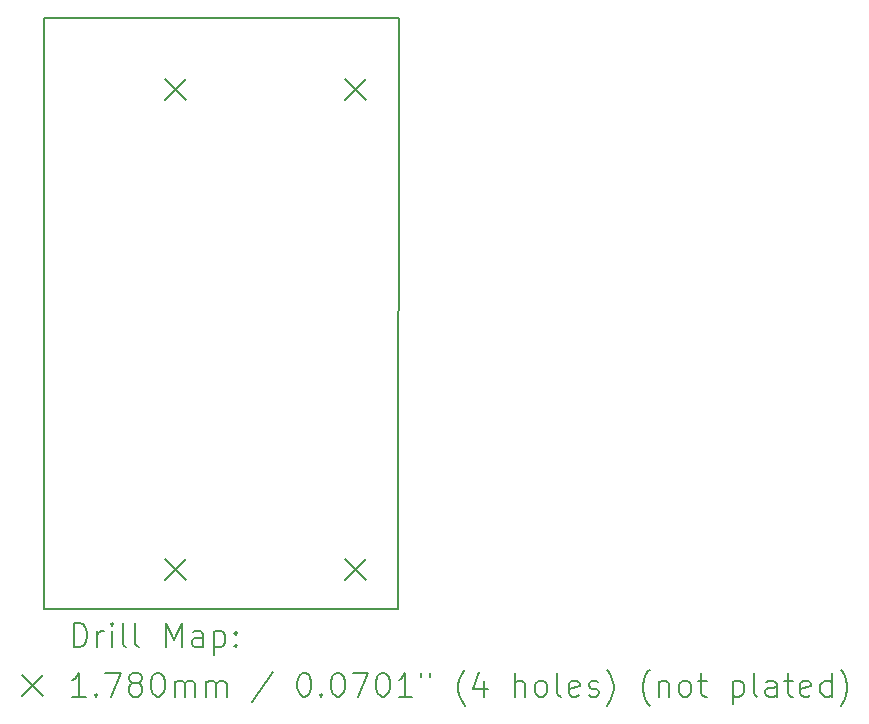
<source format=gbr>
%TF.GenerationSoftware,KiCad,Pcbnew,8.0.1*%
%TF.CreationDate,2024-04-05T21:52:12+02:00*%
%TF.ProjectId,LCRDT-Tester,4c435244-542d-4546-9573-7465722e6b69,0.31*%
%TF.SameCoordinates,PX57bafc0PY83cc3c0*%
%TF.FileFunction,Drillmap*%
%TF.FilePolarity,Positive*%
%FSLAX45Y45*%
G04 Gerber Fmt 4.5, Leading zero omitted, Abs format (unit mm)*
G04 Created by KiCad (PCBNEW 8.0.1) date 2024-04-05 21:52:12*
%MOMM*%
%LPD*%
G01*
G04 APERTURE LIST*
%ADD10C,0.150000*%
%ADD11C,0.200000*%
%ADD12C,0.178000*%
G04 APERTURE END LIST*
D10*
X3005200Y5008000D02*
X3000000Y0D01*
X6000Y5008000D02*
X3005200Y5008000D01*
X800Y0D02*
X6000Y5008000D01*
X3000000Y0D02*
X800Y0D01*
D11*
D12*
X1025800Y4489000D02*
X1203800Y4311000D01*
X1203800Y4489000D02*
X1025800Y4311000D01*
X1025800Y425000D02*
X1203800Y247000D01*
X1203800Y425000D02*
X1025800Y247000D01*
X2549800Y4489000D02*
X2727800Y4311000D01*
X2727800Y4489000D02*
X2549800Y4311000D01*
X2549800Y425000D02*
X2727800Y247000D01*
X2727800Y425000D02*
X2549800Y247000D01*
D11*
X254077Y-318984D02*
X254077Y-118984D01*
X254077Y-118984D02*
X301696Y-118984D01*
X301696Y-118984D02*
X330267Y-128508D01*
X330267Y-128508D02*
X349315Y-147555D01*
X349315Y-147555D02*
X358839Y-166603D01*
X358839Y-166603D02*
X368362Y-204698D01*
X368362Y-204698D02*
X368362Y-233269D01*
X368362Y-233269D02*
X358839Y-271365D01*
X358839Y-271365D02*
X349315Y-290412D01*
X349315Y-290412D02*
X330267Y-309460D01*
X330267Y-309460D02*
X301696Y-318984D01*
X301696Y-318984D02*
X254077Y-318984D01*
X454077Y-318984D02*
X454077Y-185650D01*
X454077Y-223746D02*
X463601Y-204698D01*
X463601Y-204698D02*
X473124Y-195174D01*
X473124Y-195174D02*
X492172Y-185650D01*
X492172Y-185650D02*
X511220Y-185650D01*
X577886Y-318984D02*
X577886Y-185650D01*
X577886Y-118984D02*
X568363Y-128508D01*
X568363Y-128508D02*
X577886Y-138031D01*
X577886Y-138031D02*
X587410Y-128508D01*
X587410Y-128508D02*
X577886Y-118984D01*
X577886Y-118984D02*
X577886Y-138031D01*
X701696Y-318984D02*
X682648Y-309460D01*
X682648Y-309460D02*
X673124Y-290412D01*
X673124Y-290412D02*
X673124Y-118984D01*
X806458Y-318984D02*
X787410Y-309460D01*
X787410Y-309460D02*
X777886Y-290412D01*
X777886Y-290412D02*
X777886Y-118984D01*
X1035029Y-318984D02*
X1035029Y-118984D01*
X1035029Y-118984D02*
X1101696Y-261841D01*
X1101696Y-261841D02*
X1168363Y-118984D01*
X1168363Y-118984D02*
X1168363Y-318984D01*
X1349315Y-318984D02*
X1349315Y-214222D01*
X1349315Y-214222D02*
X1339791Y-195174D01*
X1339791Y-195174D02*
X1320744Y-185650D01*
X1320744Y-185650D02*
X1282648Y-185650D01*
X1282648Y-185650D02*
X1263601Y-195174D01*
X1349315Y-309460D02*
X1330267Y-318984D01*
X1330267Y-318984D02*
X1282648Y-318984D01*
X1282648Y-318984D02*
X1263601Y-309460D01*
X1263601Y-309460D02*
X1254077Y-290412D01*
X1254077Y-290412D02*
X1254077Y-271365D01*
X1254077Y-271365D02*
X1263601Y-252317D01*
X1263601Y-252317D02*
X1282648Y-242793D01*
X1282648Y-242793D02*
X1330267Y-242793D01*
X1330267Y-242793D02*
X1349315Y-233269D01*
X1444553Y-185650D02*
X1444553Y-385650D01*
X1444553Y-195174D02*
X1463601Y-185650D01*
X1463601Y-185650D02*
X1501696Y-185650D01*
X1501696Y-185650D02*
X1520743Y-195174D01*
X1520743Y-195174D02*
X1530267Y-204698D01*
X1530267Y-204698D02*
X1539791Y-223746D01*
X1539791Y-223746D02*
X1539791Y-280889D01*
X1539791Y-280889D02*
X1530267Y-299936D01*
X1530267Y-299936D02*
X1520743Y-309460D01*
X1520743Y-309460D02*
X1501696Y-318984D01*
X1501696Y-318984D02*
X1463601Y-318984D01*
X1463601Y-318984D02*
X1444553Y-309460D01*
X1625505Y-299936D02*
X1635029Y-309460D01*
X1635029Y-309460D02*
X1625505Y-318984D01*
X1625505Y-318984D02*
X1615982Y-309460D01*
X1615982Y-309460D02*
X1625505Y-299936D01*
X1625505Y-299936D02*
X1625505Y-318984D01*
X1625505Y-195174D02*
X1635029Y-204698D01*
X1635029Y-204698D02*
X1625505Y-214222D01*
X1625505Y-214222D02*
X1615982Y-204698D01*
X1615982Y-204698D02*
X1625505Y-195174D01*
X1625505Y-195174D02*
X1625505Y-214222D01*
D12*
X-184700Y-558500D02*
X-6700Y-736500D01*
X-6700Y-558500D02*
X-184700Y-736500D01*
D11*
X358839Y-738984D02*
X244553Y-738984D01*
X301696Y-738984D02*
X301696Y-538984D01*
X301696Y-538984D02*
X282648Y-567555D01*
X282648Y-567555D02*
X263601Y-586603D01*
X263601Y-586603D02*
X244553Y-596127D01*
X444553Y-719936D02*
X454077Y-729460D01*
X454077Y-729460D02*
X444553Y-738984D01*
X444553Y-738984D02*
X435029Y-729460D01*
X435029Y-729460D02*
X444553Y-719936D01*
X444553Y-719936D02*
X444553Y-738984D01*
X520743Y-538984D02*
X654077Y-538984D01*
X654077Y-538984D02*
X568363Y-738984D01*
X758839Y-624698D02*
X739791Y-615174D01*
X739791Y-615174D02*
X730267Y-605650D01*
X730267Y-605650D02*
X720743Y-586603D01*
X720743Y-586603D02*
X720743Y-577079D01*
X720743Y-577079D02*
X730267Y-558031D01*
X730267Y-558031D02*
X739791Y-548508D01*
X739791Y-548508D02*
X758839Y-538984D01*
X758839Y-538984D02*
X796934Y-538984D01*
X796934Y-538984D02*
X815982Y-548508D01*
X815982Y-548508D02*
X825505Y-558031D01*
X825505Y-558031D02*
X835029Y-577079D01*
X835029Y-577079D02*
X835029Y-586603D01*
X835029Y-586603D02*
X825505Y-605650D01*
X825505Y-605650D02*
X815982Y-615174D01*
X815982Y-615174D02*
X796934Y-624698D01*
X796934Y-624698D02*
X758839Y-624698D01*
X758839Y-624698D02*
X739791Y-634222D01*
X739791Y-634222D02*
X730267Y-643746D01*
X730267Y-643746D02*
X720743Y-662793D01*
X720743Y-662793D02*
X720743Y-700888D01*
X720743Y-700888D02*
X730267Y-719936D01*
X730267Y-719936D02*
X739791Y-729460D01*
X739791Y-729460D02*
X758839Y-738984D01*
X758839Y-738984D02*
X796934Y-738984D01*
X796934Y-738984D02*
X815982Y-729460D01*
X815982Y-729460D02*
X825505Y-719936D01*
X825505Y-719936D02*
X835029Y-700888D01*
X835029Y-700888D02*
X835029Y-662793D01*
X835029Y-662793D02*
X825505Y-643746D01*
X825505Y-643746D02*
X815982Y-634222D01*
X815982Y-634222D02*
X796934Y-624698D01*
X958839Y-538984D02*
X977886Y-538984D01*
X977886Y-538984D02*
X996934Y-548508D01*
X996934Y-548508D02*
X1006458Y-558031D01*
X1006458Y-558031D02*
X1015982Y-577079D01*
X1015982Y-577079D02*
X1025505Y-615174D01*
X1025505Y-615174D02*
X1025505Y-662793D01*
X1025505Y-662793D02*
X1015982Y-700888D01*
X1015982Y-700888D02*
X1006458Y-719936D01*
X1006458Y-719936D02*
X996934Y-729460D01*
X996934Y-729460D02*
X977886Y-738984D01*
X977886Y-738984D02*
X958839Y-738984D01*
X958839Y-738984D02*
X939791Y-729460D01*
X939791Y-729460D02*
X930267Y-719936D01*
X930267Y-719936D02*
X920743Y-700888D01*
X920743Y-700888D02*
X911220Y-662793D01*
X911220Y-662793D02*
X911220Y-615174D01*
X911220Y-615174D02*
X920743Y-577079D01*
X920743Y-577079D02*
X930267Y-558031D01*
X930267Y-558031D02*
X939791Y-548508D01*
X939791Y-548508D02*
X958839Y-538984D01*
X1111220Y-738984D02*
X1111220Y-605650D01*
X1111220Y-624698D02*
X1120744Y-615174D01*
X1120744Y-615174D02*
X1139791Y-605650D01*
X1139791Y-605650D02*
X1168363Y-605650D01*
X1168363Y-605650D02*
X1187410Y-615174D01*
X1187410Y-615174D02*
X1196934Y-634222D01*
X1196934Y-634222D02*
X1196934Y-738984D01*
X1196934Y-634222D02*
X1206458Y-615174D01*
X1206458Y-615174D02*
X1225505Y-605650D01*
X1225505Y-605650D02*
X1254077Y-605650D01*
X1254077Y-605650D02*
X1273125Y-615174D01*
X1273125Y-615174D02*
X1282648Y-634222D01*
X1282648Y-634222D02*
X1282648Y-738984D01*
X1377886Y-738984D02*
X1377886Y-605650D01*
X1377886Y-624698D02*
X1387410Y-615174D01*
X1387410Y-615174D02*
X1406458Y-605650D01*
X1406458Y-605650D02*
X1435029Y-605650D01*
X1435029Y-605650D02*
X1454077Y-615174D01*
X1454077Y-615174D02*
X1463601Y-634222D01*
X1463601Y-634222D02*
X1463601Y-738984D01*
X1463601Y-634222D02*
X1473124Y-615174D01*
X1473124Y-615174D02*
X1492172Y-605650D01*
X1492172Y-605650D02*
X1520743Y-605650D01*
X1520743Y-605650D02*
X1539791Y-615174D01*
X1539791Y-615174D02*
X1549315Y-634222D01*
X1549315Y-634222D02*
X1549315Y-738984D01*
X1939791Y-529460D02*
X1768363Y-786603D01*
X2196934Y-538984D02*
X2215982Y-538984D01*
X2215982Y-538984D02*
X2235029Y-548508D01*
X2235029Y-548508D02*
X2244553Y-558031D01*
X2244553Y-558031D02*
X2254077Y-577079D01*
X2254077Y-577079D02*
X2263601Y-615174D01*
X2263601Y-615174D02*
X2263601Y-662793D01*
X2263601Y-662793D02*
X2254077Y-700888D01*
X2254077Y-700888D02*
X2244553Y-719936D01*
X2244553Y-719936D02*
X2235029Y-729460D01*
X2235029Y-729460D02*
X2215982Y-738984D01*
X2215982Y-738984D02*
X2196934Y-738984D01*
X2196934Y-738984D02*
X2177887Y-729460D01*
X2177887Y-729460D02*
X2168363Y-719936D01*
X2168363Y-719936D02*
X2158839Y-700888D01*
X2158839Y-700888D02*
X2149315Y-662793D01*
X2149315Y-662793D02*
X2149315Y-615174D01*
X2149315Y-615174D02*
X2158839Y-577079D01*
X2158839Y-577079D02*
X2168363Y-558031D01*
X2168363Y-558031D02*
X2177887Y-548508D01*
X2177887Y-548508D02*
X2196934Y-538984D01*
X2349315Y-719936D02*
X2358839Y-729460D01*
X2358839Y-729460D02*
X2349315Y-738984D01*
X2349315Y-738984D02*
X2339791Y-729460D01*
X2339791Y-729460D02*
X2349315Y-719936D01*
X2349315Y-719936D02*
X2349315Y-738984D01*
X2482648Y-538984D02*
X2501696Y-538984D01*
X2501696Y-538984D02*
X2520744Y-548508D01*
X2520744Y-548508D02*
X2530268Y-558031D01*
X2530268Y-558031D02*
X2539791Y-577079D01*
X2539791Y-577079D02*
X2549315Y-615174D01*
X2549315Y-615174D02*
X2549315Y-662793D01*
X2549315Y-662793D02*
X2539791Y-700888D01*
X2539791Y-700888D02*
X2530268Y-719936D01*
X2530268Y-719936D02*
X2520744Y-729460D01*
X2520744Y-729460D02*
X2501696Y-738984D01*
X2501696Y-738984D02*
X2482648Y-738984D01*
X2482648Y-738984D02*
X2463601Y-729460D01*
X2463601Y-729460D02*
X2454077Y-719936D01*
X2454077Y-719936D02*
X2444553Y-700888D01*
X2444553Y-700888D02*
X2435029Y-662793D01*
X2435029Y-662793D02*
X2435029Y-615174D01*
X2435029Y-615174D02*
X2444553Y-577079D01*
X2444553Y-577079D02*
X2454077Y-558031D01*
X2454077Y-558031D02*
X2463601Y-548508D01*
X2463601Y-548508D02*
X2482648Y-538984D01*
X2615982Y-538984D02*
X2749315Y-538984D01*
X2749315Y-538984D02*
X2663601Y-738984D01*
X2863601Y-538984D02*
X2882648Y-538984D01*
X2882648Y-538984D02*
X2901696Y-548508D01*
X2901696Y-548508D02*
X2911220Y-558031D01*
X2911220Y-558031D02*
X2920744Y-577079D01*
X2920744Y-577079D02*
X2930267Y-615174D01*
X2930267Y-615174D02*
X2930267Y-662793D01*
X2930267Y-662793D02*
X2920744Y-700888D01*
X2920744Y-700888D02*
X2911220Y-719936D01*
X2911220Y-719936D02*
X2901696Y-729460D01*
X2901696Y-729460D02*
X2882648Y-738984D01*
X2882648Y-738984D02*
X2863601Y-738984D01*
X2863601Y-738984D02*
X2844553Y-729460D01*
X2844553Y-729460D02*
X2835029Y-719936D01*
X2835029Y-719936D02*
X2825506Y-700888D01*
X2825506Y-700888D02*
X2815982Y-662793D01*
X2815982Y-662793D02*
X2815982Y-615174D01*
X2815982Y-615174D02*
X2825506Y-577079D01*
X2825506Y-577079D02*
X2835029Y-558031D01*
X2835029Y-558031D02*
X2844553Y-548508D01*
X2844553Y-548508D02*
X2863601Y-538984D01*
X3120744Y-738984D02*
X3006458Y-738984D01*
X3063601Y-738984D02*
X3063601Y-538984D01*
X3063601Y-538984D02*
X3044553Y-567555D01*
X3044553Y-567555D02*
X3025506Y-586603D01*
X3025506Y-586603D02*
X3006458Y-596127D01*
X3196934Y-538984D02*
X3196934Y-577079D01*
X3273125Y-538984D02*
X3273125Y-577079D01*
X3568363Y-815174D02*
X3558839Y-805650D01*
X3558839Y-805650D02*
X3539791Y-777079D01*
X3539791Y-777079D02*
X3530268Y-758031D01*
X3530268Y-758031D02*
X3520744Y-729460D01*
X3520744Y-729460D02*
X3511220Y-681841D01*
X3511220Y-681841D02*
X3511220Y-643746D01*
X3511220Y-643746D02*
X3520744Y-596127D01*
X3520744Y-596127D02*
X3530268Y-567555D01*
X3530268Y-567555D02*
X3539791Y-548508D01*
X3539791Y-548508D02*
X3558839Y-519936D01*
X3558839Y-519936D02*
X3568363Y-510412D01*
X3730268Y-605650D02*
X3730268Y-738984D01*
X3682648Y-529460D02*
X3635029Y-672317D01*
X3635029Y-672317D02*
X3758839Y-672317D01*
X3987410Y-738984D02*
X3987410Y-538984D01*
X4073125Y-738984D02*
X4073125Y-634222D01*
X4073125Y-634222D02*
X4063601Y-615174D01*
X4063601Y-615174D02*
X4044553Y-605650D01*
X4044553Y-605650D02*
X4015982Y-605650D01*
X4015982Y-605650D02*
X3996934Y-615174D01*
X3996934Y-615174D02*
X3987410Y-624698D01*
X4196934Y-738984D02*
X4177887Y-729460D01*
X4177887Y-729460D02*
X4168363Y-719936D01*
X4168363Y-719936D02*
X4158839Y-700888D01*
X4158839Y-700888D02*
X4158839Y-643746D01*
X4158839Y-643746D02*
X4168363Y-624698D01*
X4168363Y-624698D02*
X4177887Y-615174D01*
X4177887Y-615174D02*
X4196934Y-605650D01*
X4196934Y-605650D02*
X4225506Y-605650D01*
X4225506Y-605650D02*
X4244553Y-615174D01*
X4244553Y-615174D02*
X4254077Y-624698D01*
X4254077Y-624698D02*
X4263601Y-643746D01*
X4263601Y-643746D02*
X4263601Y-700888D01*
X4263601Y-700888D02*
X4254077Y-719936D01*
X4254077Y-719936D02*
X4244553Y-729460D01*
X4244553Y-729460D02*
X4225506Y-738984D01*
X4225506Y-738984D02*
X4196934Y-738984D01*
X4377887Y-738984D02*
X4358839Y-729460D01*
X4358839Y-729460D02*
X4349315Y-710412D01*
X4349315Y-710412D02*
X4349315Y-538984D01*
X4530268Y-729460D02*
X4511220Y-738984D01*
X4511220Y-738984D02*
X4473125Y-738984D01*
X4473125Y-738984D02*
X4454077Y-729460D01*
X4454077Y-729460D02*
X4444553Y-710412D01*
X4444553Y-710412D02*
X4444553Y-634222D01*
X4444553Y-634222D02*
X4454077Y-615174D01*
X4454077Y-615174D02*
X4473125Y-605650D01*
X4473125Y-605650D02*
X4511220Y-605650D01*
X4511220Y-605650D02*
X4530268Y-615174D01*
X4530268Y-615174D02*
X4539792Y-634222D01*
X4539792Y-634222D02*
X4539792Y-653270D01*
X4539792Y-653270D02*
X4444553Y-672317D01*
X4615982Y-729460D02*
X4635030Y-738984D01*
X4635030Y-738984D02*
X4673125Y-738984D01*
X4673125Y-738984D02*
X4692173Y-729460D01*
X4692173Y-729460D02*
X4701696Y-710412D01*
X4701696Y-710412D02*
X4701696Y-700888D01*
X4701696Y-700888D02*
X4692173Y-681841D01*
X4692173Y-681841D02*
X4673125Y-672317D01*
X4673125Y-672317D02*
X4644553Y-672317D01*
X4644553Y-672317D02*
X4625506Y-662793D01*
X4625506Y-662793D02*
X4615982Y-643746D01*
X4615982Y-643746D02*
X4615982Y-634222D01*
X4615982Y-634222D02*
X4625506Y-615174D01*
X4625506Y-615174D02*
X4644553Y-605650D01*
X4644553Y-605650D02*
X4673125Y-605650D01*
X4673125Y-605650D02*
X4692173Y-615174D01*
X4768363Y-815174D02*
X4777887Y-805650D01*
X4777887Y-805650D02*
X4796934Y-777079D01*
X4796934Y-777079D02*
X4806458Y-758031D01*
X4806458Y-758031D02*
X4815982Y-729460D01*
X4815982Y-729460D02*
X4825506Y-681841D01*
X4825506Y-681841D02*
X4825506Y-643746D01*
X4825506Y-643746D02*
X4815982Y-596127D01*
X4815982Y-596127D02*
X4806458Y-567555D01*
X4806458Y-567555D02*
X4796934Y-548508D01*
X4796934Y-548508D02*
X4777887Y-519936D01*
X4777887Y-519936D02*
X4768363Y-510412D01*
X5130268Y-815174D02*
X5120744Y-805650D01*
X5120744Y-805650D02*
X5101696Y-777079D01*
X5101696Y-777079D02*
X5092173Y-758031D01*
X5092173Y-758031D02*
X5082649Y-729460D01*
X5082649Y-729460D02*
X5073125Y-681841D01*
X5073125Y-681841D02*
X5073125Y-643746D01*
X5073125Y-643746D02*
X5082649Y-596127D01*
X5082649Y-596127D02*
X5092173Y-567555D01*
X5092173Y-567555D02*
X5101696Y-548508D01*
X5101696Y-548508D02*
X5120744Y-519936D01*
X5120744Y-519936D02*
X5130268Y-510412D01*
X5206458Y-605650D02*
X5206458Y-738984D01*
X5206458Y-624698D02*
X5215982Y-615174D01*
X5215982Y-615174D02*
X5235030Y-605650D01*
X5235030Y-605650D02*
X5263601Y-605650D01*
X5263601Y-605650D02*
X5282649Y-615174D01*
X5282649Y-615174D02*
X5292173Y-634222D01*
X5292173Y-634222D02*
X5292173Y-738984D01*
X5415982Y-738984D02*
X5396934Y-729460D01*
X5396934Y-729460D02*
X5387411Y-719936D01*
X5387411Y-719936D02*
X5377887Y-700888D01*
X5377887Y-700888D02*
X5377887Y-643746D01*
X5377887Y-643746D02*
X5387411Y-624698D01*
X5387411Y-624698D02*
X5396934Y-615174D01*
X5396934Y-615174D02*
X5415982Y-605650D01*
X5415982Y-605650D02*
X5444554Y-605650D01*
X5444554Y-605650D02*
X5463601Y-615174D01*
X5463601Y-615174D02*
X5473125Y-624698D01*
X5473125Y-624698D02*
X5482649Y-643746D01*
X5482649Y-643746D02*
X5482649Y-700888D01*
X5482649Y-700888D02*
X5473125Y-719936D01*
X5473125Y-719936D02*
X5463601Y-729460D01*
X5463601Y-729460D02*
X5444554Y-738984D01*
X5444554Y-738984D02*
X5415982Y-738984D01*
X5539792Y-605650D02*
X5615982Y-605650D01*
X5568363Y-538984D02*
X5568363Y-710412D01*
X5568363Y-710412D02*
X5577887Y-729460D01*
X5577887Y-729460D02*
X5596934Y-738984D01*
X5596934Y-738984D02*
X5615982Y-738984D01*
X5835030Y-605650D02*
X5835030Y-805650D01*
X5835030Y-615174D02*
X5854077Y-605650D01*
X5854077Y-605650D02*
X5892173Y-605650D01*
X5892173Y-605650D02*
X5911220Y-615174D01*
X5911220Y-615174D02*
X5920744Y-624698D01*
X5920744Y-624698D02*
X5930268Y-643746D01*
X5930268Y-643746D02*
X5930268Y-700888D01*
X5930268Y-700888D02*
X5920744Y-719936D01*
X5920744Y-719936D02*
X5911220Y-729460D01*
X5911220Y-729460D02*
X5892173Y-738984D01*
X5892173Y-738984D02*
X5854077Y-738984D01*
X5854077Y-738984D02*
X5835030Y-729460D01*
X6044553Y-738984D02*
X6025506Y-729460D01*
X6025506Y-729460D02*
X6015982Y-710412D01*
X6015982Y-710412D02*
X6015982Y-538984D01*
X6206458Y-738984D02*
X6206458Y-634222D01*
X6206458Y-634222D02*
X6196934Y-615174D01*
X6196934Y-615174D02*
X6177887Y-605650D01*
X6177887Y-605650D02*
X6139792Y-605650D01*
X6139792Y-605650D02*
X6120744Y-615174D01*
X6206458Y-729460D02*
X6187411Y-738984D01*
X6187411Y-738984D02*
X6139792Y-738984D01*
X6139792Y-738984D02*
X6120744Y-729460D01*
X6120744Y-729460D02*
X6111220Y-710412D01*
X6111220Y-710412D02*
X6111220Y-691365D01*
X6111220Y-691365D02*
X6120744Y-672317D01*
X6120744Y-672317D02*
X6139792Y-662793D01*
X6139792Y-662793D02*
X6187411Y-662793D01*
X6187411Y-662793D02*
X6206458Y-653270D01*
X6273125Y-605650D02*
X6349315Y-605650D01*
X6301696Y-538984D02*
X6301696Y-710412D01*
X6301696Y-710412D02*
X6311220Y-729460D01*
X6311220Y-729460D02*
X6330268Y-738984D01*
X6330268Y-738984D02*
X6349315Y-738984D01*
X6492173Y-729460D02*
X6473125Y-738984D01*
X6473125Y-738984D02*
X6435030Y-738984D01*
X6435030Y-738984D02*
X6415982Y-729460D01*
X6415982Y-729460D02*
X6406458Y-710412D01*
X6406458Y-710412D02*
X6406458Y-634222D01*
X6406458Y-634222D02*
X6415982Y-615174D01*
X6415982Y-615174D02*
X6435030Y-605650D01*
X6435030Y-605650D02*
X6473125Y-605650D01*
X6473125Y-605650D02*
X6492173Y-615174D01*
X6492173Y-615174D02*
X6501696Y-634222D01*
X6501696Y-634222D02*
X6501696Y-653270D01*
X6501696Y-653270D02*
X6406458Y-672317D01*
X6673125Y-738984D02*
X6673125Y-538984D01*
X6673125Y-729460D02*
X6654077Y-738984D01*
X6654077Y-738984D02*
X6615982Y-738984D01*
X6615982Y-738984D02*
X6596934Y-729460D01*
X6596934Y-729460D02*
X6587411Y-719936D01*
X6587411Y-719936D02*
X6577887Y-700888D01*
X6577887Y-700888D02*
X6577887Y-643746D01*
X6577887Y-643746D02*
X6587411Y-624698D01*
X6587411Y-624698D02*
X6596934Y-615174D01*
X6596934Y-615174D02*
X6615982Y-605650D01*
X6615982Y-605650D02*
X6654077Y-605650D01*
X6654077Y-605650D02*
X6673125Y-615174D01*
X6749315Y-815174D02*
X6758839Y-805650D01*
X6758839Y-805650D02*
X6777887Y-777079D01*
X6777887Y-777079D02*
X6787411Y-758031D01*
X6787411Y-758031D02*
X6796934Y-729460D01*
X6796934Y-729460D02*
X6806458Y-681841D01*
X6806458Y-681841D02*
X6806458Y-643746D01*
X6806458Y-643746D02*
X6796934Y-596127D01*
X6796934Y-596127D02*
X6787411Y-567555D01*
X6787411Y-567555D02*
X6777887Y-548508D01*
X6777887Y-548508D02*
X6758839Y-519936D01*
X6758839Y-519936D02*
X6749315Y-510412D01*
M02*

</source>
